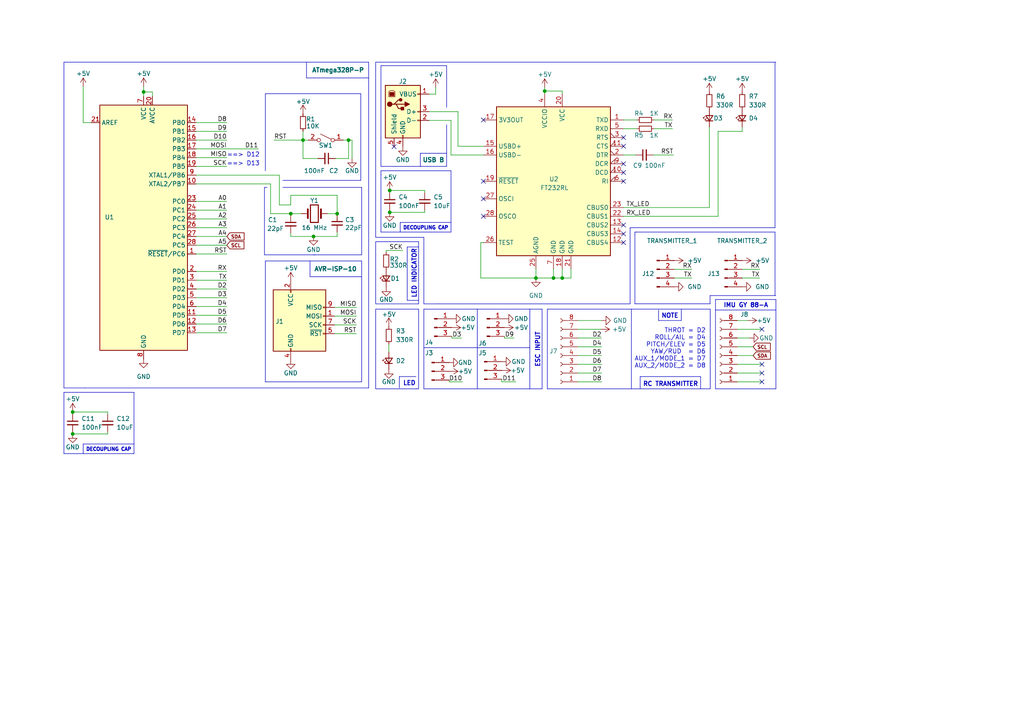
<source format=kicad_sch>
(kicad_sch (version 20230121) (generator eeschema)
  (paper "A4")
  (lib_symbols
    (symbol "Connector:AVR-ISP-10" (pin_names (offset 1.016))
      (property "Reference" "J" (at -6.35 11.43 0))
      (property "Value" "AVR-ISP-10" (at 0 11.43 0))
      (symbol "AVR-ISP-10_0_1"
        (rectangle (start -2.667 -6.858) (end -2.413 -7.62))
        (rectangle (start -2.667 10.16) (end -2.413 9.398))
        (rectangle (start 7.62 -2.413) (end 6.858 -2.667))
        (rectangle (start 7.62 0.127) (end 6.858 -0.127))
        (rectangle (start 7.62 2.667) (end 6.858 2.413))
        (rectangle (start 7.62 5.207) (end 6.858 4.953))
        (rectangle (start 7.62 10.16) (end -7.62 -7.62) (stroke (width 0.254)) (fill (type background)))
      )
      (symbol "AVR-ISP-10_1_1"
        (pin passive line (at 10.16 2.54 180) (length 2.54) (name "MOSI") (number "1"))
        (pin passive line (at -2.54 -10.16 90) (length 2.54) hide (name "GND") (number "10"))
        (pin passive line (at -2.54 12.7 270) (length 2.54) (name "VCC") (number "2"))
        (pin no_connect line (at 7.62 -5.08 180) (length 2.54) hide (name "NC") (number "3"))
        (pin passive line (at -2.54 -10.16 90) (length 2.54) (name "GND") (number "4"))
        (pin passive line (at 10.16 -2.54 180) (length 2.54) (name "~{RST}") (number "5"))
        (pin passive line (at -2.54 -10.16 90) (length 2.54) hide (name "GND") (number "6"))
        (pin passive line (at 10.16 0 180) (length 2.54) (name "SCK") (number "7"))
        (pin passive line (at -2.54 -10.16 90) (length 2.54) hide (name "GND") (number "8"))
        (pin passive line (at 10.16 5.08 180) (length 2.54) (name "MISO") (number "9"))
      )
    )
    (symbol "Connector:Conn_01x03_Male" (pin_names (offset 1.016) hide)
      (property "Reference" "J" (at 0 5.08 0))
      (property "Value" "Conn_01x03_Male" (at 0 -5.08 0))
      (symbol "Conn_01x03_Male_1_1"
        (polyline (pts (xy 1.27 -2.54) (xy 0.8636 -2.54)) (stroke (width 0.1524)))
        (polyline (pts (xy 1.27 0) (xy 0.8636 0)) (stroke (width 0.1524)))
        (polyline (pts (xy 1.27 2.54) (xy 0.8636 2.54)) (stroke (width 0.1524)))
        (rectangle (start 0.8636 -2.413) (end 0 -2.667) (stroke (width 0.1524)) (fill (type outline)))
        (rectangle (start 0.8636 0.127) (end 0 -0.127) (stroke (width 0.1524)) (fill (type outline)))
        (rectangle (start 0.8636 2.667) (end 0 2.413) (stroke (width 0.1524)) (fill (type outline)))
        (pin passive line (at 5.08 2.54 180) (length 3.81) (name "Pin_1") (number "1"))
        (pin passive line (at 5.08 0 180) (length 3.81) (name "Pin_2") (number "2"))
        (pin passive line (at 5.08 -2.54 180) (length 3.81) (name "Pin_3") (number "3"))
      )
    )
    (symbol "Connector:Conn_01x04_Male" (pin_names (offset 1.016) hide)
      (property "Reference" "J" (at 0 5.08 0))
      (property "Value" "Conn_01x04_Male" (at 0 -7.62 0))
      (symbol "Conn_01x04_Male_1_1"
        (polyline (pts (xy 1.27 -5.08) (xy 0.8636 -5.08)) (stroke (width 0.1524)))
        (polyline (pts (xy 1.27 -2.54) (xy 0.8636 -2.54)) (stroke (width 0.1524)))
        (polyline (pts (xy 1.27 0) (xy 0.8636 0)) (stroke (width 0.1524)))
        (polyline (pts (xy 1.27 2.54) (xy 0.8636 2.54)) (stroke (width 0.1524)))
        (rectangle (start 0.8636 -4.953) (end 0 -5.207) (stroke (width 0.1524)) (fill (type outline)))
        (rectangle (start 0.8636 -2.413) (end 0 -2.667) (stroke (width 0.1524)) (fill (type outline)))
        (rectangle (start 0.8636 0.127) (end 0 -0.127) (stroke (width 0.1524)) (fill (type outline)))
        (rectangle (start 0.8636 2.667) (end 0 2.413) (stroke (width 0.1524)) (fill (type outline)))
        (pin passive line (at 5.08 2.54 180) (length 3.81) (name "Pin_1") (number "1"))
        (pin passive line (at 5.08 0 180) (length 3.81) (name "Pin_2") (number "2"))
        (pin passive line (at 5.08 -2.54 180) (length 3.81) (name "Pin_3") (number "3"))
        (pin passive line (at 5.08 -5.08 180) (length 3.81) (name "Pin_4") (number "4"))
      )
    )
    (symbol "Connector:Conn_01x08_Female" (pin_names (offset 1.016) hide)
      (property "Reference" "J" (at 0 10.16 0))
      (property "Value" "Conn_01x08_Female" (at 0 -12.7 0))
      (symbol "Conn_01x08_Female_1_1"
        (arc (start 0 -9.652) (mid -0.5058 -10.16) (end 0 -10.668) (stroke (width 0.1524)))
        (arc (start 0 -7.112) (mid -0.5058 -7.62) (end 0 -8.128) (stroke (width 0.1524)))
        (arc (start 0 -4.572) (mid -0.5058 -5.08) (end 0 -5.588) (stroke (width 0.1524)))
        (arc (start 0 -2.032) (mid -0.5058 -2.54) (end 0 -3.048) (stroke (width 0.1524)))
        (polyline (pts (xy -1.27 -10.16) (xy -0.508 -10.16)) (stroke (width 0.1524)))
        (polyline (pts (xy -1.27 -7.62) (xy -0.508 -7.62)) (stroke (width 0.1524)))
        (polyline (pts (xy -1.27 -5.08) (xy -0.508 -5.08)) (stroke (width 0.1524)))
        (polyline (pts (xy -1.27 -2.54) (xy -0.508 -2.54)) (stroke (width 0.1524)))
        (polyline (pts (xy -1.27 0) (xy -0.508 0)) (stroke (width 0.1524)))
        (polyline (pts (xy -1.27 2.54) (xy -0.508 2.54)) (stroke (width 0.1524)))
        (polyline (pts (xy -1.27 5.08) (xy -0.508 5.08)) (stroke (width 0.1524)))
        (polyline (pts (xy -1.27 7.62) (xy -0.508 7.62)) (stroke (width 0.1524)))
        (arc (start 0 0.508) (mid -0.5058 0) (end 0 -0.508) (stroke (width 0.1524)))
        (arc (start 0 3.048) (mid -0.5058 2.54) (end 0 2.032) (stroke (width 0.1524)))
        (arc (start 0 5.588) (mid -0.5058 5.08) (end 0 4.572) (stroke (width 0.1524)))
        (arc (start 0 8.128) (mid -0.5058 7.62) (end 0 7.112) (stroke (width 0.1524)))
        (pin passive line (at -5.08 7.62 0) (length 3.81) (name "Pin_1") (number "1"))
        (pin passive line (at -5.08 5.08 0) (length 3.81) (name "Pin_2") (number "2"))
        (pin passive line (at -5.08 2.54 0) (length 3.81) (name "Pin_3") (number "3"))
        (pin passive line (at -5.08 0 0) (length 3.81) (name "Pin_4") (number "4"))
        (pin passive line (at -5.08 -2.54 0) (length 3.81) (name "Pin_5") (number "5"))
        (pin passive line (at -5.08 -5.08 0) (length 3.81) (name "Pin_6") (number "6"))
        (pin passive line (at -5.08 -7.62 0) (length 3.81) (name "Pin_7") (number "7"))
        (pin passive line (at -5.08 -10.16 0) (length 3.81) (name "Pin_8") (number "8"))
      )
    )
    (symbol "Connector:USB_B" (pin_names (offset 1.016))
      (property "Reference" "J" (at -5.08 11.43 0))
      (property "Value" "USB_B" (at -5.08 8.89 0))
      (symbol "USB_B_0_1"
        (rectangle (start -5.08 -7.62) (end 5.08 7.62) (stroke (width 0.254)) (fill (type background)))
        (circle (center -3.81 2.159) (radius 0.635) (stroke (width 0.254)) (fill (type outline)))
        (rectangle (start -3.81 5.588) (end -2.54 4.572) (fill (type outline)))
        (circle (center -0.635 3.429) (radius 0.381) (stroke (width 0.254)) (fill (type outline)))
        (rectangle (start -0.127 -7.62) (end 0.127 -6.858))
        (polyline (pts (xy -1.905 2.159) (xy 0.635 2.159)) (stroke (width 0.254)))
        (polyline (pts (xy -3.175 2.159) (xy -2.54 2.159) (xy -1.27 3.429) (xy -0.635 3.429)) (stroke (width 0.254)))
        (polyline (pts (xy -2.54 2.159) (xy -1.905 2.159) (xy -1.27 0.889) (xy 0 0.889)) (stroke (width 0.254)))
        (polyline (pts (xy 0.635 2.794) (xy 0.635 1.524) (xy 1.905 2.159) (xy 0.635 2.794)) (stroke (width 0.254)) (fill (type outline)))
        (polyline (pts (xy -4.064 4.318) (xy -2.286 4.318) (xy -2.286 5.715) (xy -2.667 6.096) (xy -3.683 6.096) (xy -4.064 5.715) (xy -4.064 4.318)))
        (rectangle (start 0.254 1.27) (end -0.508 0.508) (stroke (width 0.254)) (fill (type outline)))
        (rectangle (start 5.08 -2.667) (end 4.318 -2.413))
        (rectangle (start 5.08 -0.127) (end 4.318 0.127))
        (rectangle (start 5.08 4.953) (end 4.318 5.207))
      )
      (symbol "USB_B_1_1"
        (pin power_out line (at 7.62 5.08 180) (length 2.54) (name "VBUS") (number "1"))
        (pin bidirectional line (at 7.62 -2.54 180) (length 2.54) (name "D-") (number "2"))
        (pin bidirectional line (at 7.62 0 180) (length 2.54) (name "D+") (number "3"))
        (pin power_out line (at 0 -10.16 90) (length 2.54) (name "GND") (number "4"))
        (pin passive line (at -2.54 -10.16 90) (length 2.54) (name "Shield") (number "5"))
      )
    )
    (symbol "Device:C_Small" (pin_numbers hide) (pin_names (offset 0.254) hide)
      (property "Reference" "C" (at 0.254 1.778 0))
      (property "Value" "C_Small" (at 0.254 -2.032 0))
      (symbol "C_Small_0_1"
        (polyline (pts (xy -1.524 -0.508) (xy 1.524 -0.508)) (stroke (width 0.3302)))
        (polyline (pts (xy -1.524 0.508) (xy 1.524 0.508)) (stroke (width 0.3048)))
      )
      (symbol "C_Small_1_1"
        (pin passive line (at 0 2.54 270) (length 2.032) (name "~") (number "1"))
        (pin passive line (at 0 -2.54 90) (length 2.032) (name "~") (number "2"))
      )
    )
    (symbol "Device:Crystal" (pin_numbers hide) (pin_names (offset 1.016) hide)
      (property "Reference" "Y" (at 0 3.81 0))
      (property "Value" "Crystal" (at 0 -3.81 0))
      (symbol "Crystal_0_1"
        (rectangle (start -1.143 2.54) (end 1.143 -2.54) (stroke (width 0.3048)))
        (polyline (pts (xy -2.54 0) (xy -1.905 0)))
        (polyline (pts (xy -1.905 -1.27) (xy -1.905 1.27)) (stroke (width 0.508)))
        (polyline (pts (xy 1.905 -1.27) (xy 1.905 1.27)) (stroke (width 0.508)))
        (polyline (pts (xy 2.54 0) (xy 1.905 0)))
      )
      (symbol "Crystal_1_1"
        (pin passive line (at -3.81 0 0) (length 1.27) (name "1") (number "1"))
        (pin passive line (at 3.81 0 180) (length 1.27) (name "2") (number "2"))
      )
    )
    (symbol "Device:LED_Small" (pin_numbers hide) (pin_names (offset 0.254) hide)
      (property "Reference" "D" (at -1.27 3.175 0))
      (property "Value" "LED_Small" (at -4.445 -2.54 0))
      (symbol "LED_Small_0_1"
        (polyline (pts (xy -0.762 -1.016) (xy -0.762 1.016)) (stroke (width 0.254)))
        (polyline (pts (xy 1.016 0) (xy -0.762 0)))
        (polyline (pts (xy 0.762 -1.016) (xy -0.762 0) (xy 0.762 1.016) (xy 0.762 -1.016)) (stroke (width 0.254)))
        (polyline (pts (xy 0 0.762) (xy -0.508 1.27) (xy -0.254 1.27) (xy -0.508 1.27) (xy -0.508 1.016)))
        (polyline (pts (xy 0.508 1.27) (xy 0 1.778) (xy 0.254 1.778) (xy 0 1.778) (xy 0 1.524)))
      )
      (symbol "LED_Small_1_1"
        (pin passive line (at -2.54 0 0) (length 1.778) (name "K") (number "1"))
        (pin passive line (at 2.54 0 180) (length 1.778) (name "A") (number "2"))
      )
    )
    (symbol "Device:R_Small" (pin_numbers hide) (pin_names (offset 0.254) hide)
      (property "Reference" "R" (at 0.762 0.508 0))
      (property "Value" "R_Small" (at 0.762 -1.016 0))
      (symbol "R_Small_0_1"
        (rectangle (start -0.762 1.778) (end 0.762 -1.778) (stroke (width 0.2032)))
      )
      (symbol "R_Small_1_1"
        (pin passive line (at 0 2.54 270) (length 0.762) (name "~") (number "1"))
        (pin passive line (at 0 -2.54 90) (length 0.762) (name "~") (number "2"))
      )
    )
    (symbol "Interface_USB:FT232RL"
      (property "Reference" "U" (at -16.51 22.86 0))
      (property "Value" "FT232RL" (at 10.16 22.86 0))
      (symbol "FT232RL_0_1"
        (rectangle (start -16.51 21.59) (end 16.51 -21.59) (stroke (width 0.254)) (fill (type background)))
      )
      (symbol "FT232RL_1_1"
        (pin output line (at 20.32 17.78 180) (length 3.81) (name "TXD") (number "1"))
        (pin input input_low (at 20.32 2.54 180) (length 3.81) (name "DCD") (number "10"))
        (pin input input_low (at 20.32 10.16 180) (length 3.81) (name "CTS") (number "11"))
        (pin bidirectional line (at 20.32 -17.78 180) (length 3.81) (name "CBUS4") (number "12"))
        (pin bidirectional line (at 20.32 -12.7 180) (length 3.81) (name "CBUS2") (number "13"))
        (pin bidirectional line (at 20.32 -15.24 180) (length 3.81) (name "CBUS3") (number "14"))
        (pin bidirectional line (at -20.32 10.16 0) (length 3.81) (name "USBD+") (number "15"))
        (pin bidirectional line (at -20.32 7.62 0) (length 3.81) (name "USBD-") (number "16"))
        (pin power_out line (at -20.32 17.78 0) (length 3.81) (name "3V3OUT") (number "17"))
        (pin power_in line (at 2.54 -25.4 90) (length 3.81) (name "GND") (number "18"))
        (pin input line (at -20.32 0 0) (length 3.81) (name "~{RESET}") (number "19"))
        (pin output output_low (at 20.32 7.62 180) (length 3.81) (name "DTR") (number "2"))
        (pin power_in line (at 2.54 25.4 270) (length 3.81) (name "VCC") (number "20"))
        (pin power_in line (at 5.08 -25.4 90) (length 3.81) (name "GND") (number "21"))
        (pin bidirectional line (at 20.32 -10.16 180) (length 3.81) (name "CBUS1") (number "22"))
        (pin bidirectional line (at 20.32 -7.62 180) (length 3.81) (name "CBUS0") (number "23"))
        (pin power_in line (at -5.08 -25.4 90) (length 3.81) (name "AGND") (number "25"))
        (pin input line (at -20.32 -17.78 0) (length 3.81) (name "TEST") (number "26"))
        (pin input line (at -20.32 -5.08 0) (length 3.81) (name "OSCI") (number "27"))
        (pin output line (at -20.32 -10.16 0) (length 3.81) (name "OSCO") (number "28"))
        (pin output output_low (at 20.32 12.7 180) (length 3.81) (name "RTS") (number "3"))
        (pin power_in line (at -2.54 25.4 270) (length 3.81) (name "VCCIO") (number "4"))
        (pin input line (at 20.32 15.24 180) (length 3.81) (name "RXD") (number "5"))
        (pin input input_low (at 20.32 0 180) (length 3.81) (name "RI") (number "6"))
        (pin power_in line (at 0 -25.4 90) (length 3.81) (name "GND") (number "7"))
        (pin input input_low (at 20.32 5.08 180) (length 3.81) (name "DCR") (number "9"))
      )
    )
    (symbol "MCU_Microchip_ATmega:ATmega328P-P"
      (property "Reference" "U" (at -12.7 36.83 0))
      (property "Value" "ATmega328P-P" (at 2.54 -36.83 0))
      (symbol "ATmega328P-P_0_1"
        (rectangle (start -12.7 -35.56) (end 12.7 35.56) (stroke (width 0.254)) (fill (type background)))
      )
      (symbol "ATmega328P-P_1_1"
        (pin bidirectional line (at 15.24 -7.62 180) (length 2.54) (name "~{RESET}/PC6") (number "1"))
        (pin bidirectional line (at 15.24 12.7 180) (length 2.54) (name "XTAL2/PB7") (number "10"))
        (pin bidirectional line (at 15.24 -25.4 180) (length 2.54) (name "PD5") (number "11"))
        (pin bidirectional line (at 15.24 -27.94 180) (length 2.54) (name "PD6") (number "12"))
        (pin bidirectional line (at 15.24 -30.48 180) (length 2.54) (name "PD7") (number "13"))
        (pin bidirectional line (at 15.24 30.48 180) (length 2.54) (name "PB0") (number "14"))
        (pin bidirectional line (at 15.24 27.94 180) (length 2.54) (name "PB1") (number "15"))
        (pin bidirectional line (at 15.24 25.4 180) (length 2.54) (name "PB2") (number "16"))
        (pin bidirectional line (at 15.24 22.86 180) (length 2.54) (name "PB3") (number "17"))
        (pin bidirectional line (at 15.24 20.32 180) (length 2.54) (name "PB4") (number "18"))
        (pin bidirectional line (at 15.24 17.78 180) (length 2.54) (name "PB5") (number "19"))
        (pin bidirectional line (at 15.24 -12.7 180) (length 2.54) (name "PD0") (number "2"))
        (pin power_in line (at 2.54 38.1 270) (length 2.54) (name "AVCC") (number "20"))
        (pin passive line (at -15.24 30.48 0) (length 2.54) (name "AREF") (number "21"))
        (pin passive line (at 0 -38.1 90) (length 2.54) hide (name "GND") (number "22"))
        (pin bidirectional line (at 15.24 7.62 180) (length 2.54) (name "PC0") (number "23"))
        (pin bidirectional line (at 15.24 5.08 180) (length 2.54) (name "PC1") (number "24"))
        (pin bidirectional line (at 15.24 2.54 180) (length 2.54) (name "PC2") (number "25"))
        (pin bidirectional line (at 15.24 0 180) (length 2.54) (name "PC3") (number "26"))
        (pin bidirectional line (at 15.24 -2.54 180) (length 2.54) (name "PC4") (number "27"))
        (pin bidirectional line (at 15.24 -5.08 180) (length 2.54) (name "PC5") (number "28"))
        (pin bidirectional line (at 15.24 -15.24 180) (length 2.54) (name "PD1") (number "3"))
        (pin bidirectional line (at 15.24 -17.78 180) (length 2.54) (name "PD2") (number "4"))
        (pin bidirectional line (at 15.24 -20.32 180) (length 2.54) (name "PD3") (number "5"))
        (pin bidirectional line (at 15.24 -22.86 180) (length 2.54) (name "PD4") (number "6"))
        (pin power_in line (at 0 38.1 270) (length 2.54) (name "VCC") (number "7"))
        (pin power_in line (at 0 -38.1 90) (length 2.54) (name "GND") (number "8"))
        (pin bidirectional line (at 15.24 15.24 180) (length 2.54) (name "XTAL1/PB6") (number "9"))
      )
    )
    (symbol "Switch:SW_SPST" (pin_names (offset 0) hide)
      (property "Reference" "SW" (at 0 3.175 0))
      (property "Value" "SW_SPST" (at 0 -2.54 0))
      (symbol "SW_SPST_0_0"
        (circle (center -2.032 0) (radius 0.508))
        (polyline (pts (xy -1.524 0.254) (xy 1.524 1.778)))
        (circle (center 2.032 0) (radius 0.508))
      )
      (symbol "SW_SPST_1_1"
        (pin passive line (at -5.08 0 0) (length 2.54) (name "A") (number "1"))
        (pin passive line (at 5.08 0 180) (length 2.54) (name "B") (number "2"))
      )
    )
    (symbol "power:+5V" (power) (pin_names (offset 0))
      (property "Value" "+5V" (at 0 3.556 0))
      (symbol "+5V_0_1"
        (polyline (pts (xy -0.762 1.27) (xy 0 2.54)))
        (polyline (pts (xy 0 0) (xy 0 2.54)))
        (polyline (pts (xy 0 2.54) (xy 0.762 1.27)))
      )
      (symbol "+5V_1_1"
        (pin power_in line (at 0 0 90) (length 0) hide (name "+5V") (number "1"))
      )
    )
    (symbol "power:GND" (power) (pin_names (offset 0))
      (property "Value" "GND" (at 0 -3.81 0))
      (symbol "GND_0_1"
        (polyline (pts (xy 0 0) (xy 0 -1.27) (xy 1.27 -1.27) (xy 0 -2.54) (xy -1.27 -1.27) (xy 0 -1.27)))
      )
      (symbol "GND_1_1"
        (pin power_in line (at 0 0 270) (length 0) hide (name "GND") (number "1"))
      )
    )
  )
  (junction (at 113.03 61.595))
  (junction (at 155.448 80.645))
  (junction (at 160.528 80.645))
  (junction (at 84.328 61.976))
  (junction (at 87.884 40.64))
  (junction (at 21.082 119.507))
  (junction (at 41.656 26.67))
  (junction (at 113.03 55.245))
  (junction (at 163.068 80.645))
  (junction (at 21.082 125.857))
  (junction (at 157.988 26.416))
  (junction (at 101.092 40.64))
  (junction (at 90.932 68.58))
  (junction (at 97.79 61.976))
  (no_connect (at 180.848 39.878))
  (no_connect (at 180.848 42.418))
  (no_connect (at 180.848 50.038))
  (no_connect (at 220.98 105.664))
  (no_connect (at 180.848 70.358))
  (no_connect (at 114.3 42.545))
  (no_connect (at 220.98 95.504))
  (no_connect (at 180.848 52.578))
  (no_connect (at 180.848 65.278))
  (no_connect (at 140.208 52.578))
  (no_connect (at 220.98 110.744))
  (no_connect (at 220.98 108.204))
  (no_connect (at 140.208 62.738))
  (no_connect (at 140.208 34.798))
  (no_connect (at 140.208 57.658))
  (no_connect (at 180.848 47.498))
  (no_connect (at 180.848 67.818))
  (polyline (pts (xy 38.862 113.792) (xy 18.542 113.792)))
  (polyline (pts (xy 115.824 109.22) (xy 120.65 109.22)))
  (wire (pts (xy 56.896 63.5) (xy 65.786 63.5)))
  (polyline (pts (xy 104.648 27.178) (xy 76.962 27.178)))
  (wire (pts (xy 21.082 120.142) (xy 21.082 119.507)))
  (polyline (pts (xy 153.67 112.776) (xy 157.226 112.776)))
  (wire (pts (xy 167.64 108.204) (xy 174.498 108.204)))
  (wire (pts (xy 195.58 80.645) (xy 200.66 80.645)))
  (polyline (pts (xy 18.542 115.062) (xy 18.542 131.572)))
  (polyline (pts (xy 157.226 112.776) (xy 157.226 89.662)))
  (wire (pts (xy 97.79 68.58) (xy 97.79 67.31)))
  (wire (pts (xy 56.896 68.58) (xy 65.786 68.58)))
  (wire (pts (xy 87.884 40.64) (xy 89.408 40.64)))
  (wire (pts (xy 56.896 58.42) (xy 65.786 58.42)))
  (polyline (pts (xy 104.902 110.744) (xy 104.902 75.692)))
  (polyline (pts (xy 110.49 50.8) (xy 110.49 67.31)))
  (wire (pts (xy 31.242 119.507) (xy 31.242 120.142)))
  (wire (pts (xy 123.19 55.245) (xy 123.19 55.88)))
  (polyline (pts (xy 205.9492 88.1131) (xy 184.15 88.1131)))
  (polyline (pts (xy 118.11 87.122) (xy 118.11 71.628)))
  (wire (pts (xy 130.81 34.925) (xy 124.46 34.925)))
  (polyline (pts (xy 129.54 19.05) (xy 110.49 19.05)))
  (polyline (pts (xy 24.13 131.572) (xy 24.13 128.778)))
  (wire (pts (xy 90.932 68.58) (xy 97.79 68.58)))
  (polyline (pts (xy 122.936 112.776) (xy 153.67 112.776)))
  (polyline (pts (xy 110.49 67.31) (xy 130.81 67.31)))
  (polyline (pts (xy 108.966 68.834) (xy 122.936 68.834)))
  (polyline (pts (xy 197.612 89.662) (xy 197.612 92.964)))
  (polyline (pts (xy 90.932 73.914) (xy 104.902 73.914)))
  (polyline (pts (xy 153.67 89.662) (xy 153.67 100.838)))
  (polyline (pts (xy 118.11 71.628) (xy 121.412 71.628)))
  (polyline (pts (xy 76.962 75.692) (xy 76.962 110.744)))
  (wire (pts (xy 56.896 50.8) (xy 81.026 50.8)))
  (wire (pts (xy 215.265 80.645) (xy 220.345 80.645)))
  (polyline (pts (xy 153.67 101.092) (xy 153.67 112.776)))
  (wire (pts (xy 97.028 96.774) (xy 103.378 96.774)))
  (polyline (pts (xy 110.49 40.005) (xy 110.49 48.26)))
  (wire (pts (xy 81.026 59.436) (xy 84.328 59.436)))
  (polyline (pts (xy 108.966 88.138) (xy 121.412 88.138)))
  (polyline (pts (xy 18.542 131.572) (xy 38.862 131.572)))
  (polyline (pts (xy 138.43 100.838) (xy 153.67 100.838)))
  (polyline (pts (xy 89.916 75.692) (xy 89.916 80.264)))
  (polyline (pts (xy 121.412 89.662) (xy 121.412 112.776)))
  (wire (pts (xy 56.896 48.26) (xy 65.786 48.26)))
  (wire (pts (xy 56.896 40.64) (xy 65.786 40.64)))
  (wire (pts (xy 56.896 88.9) (xy 65.786 88.9)))
  (wire (pts (xy 139.446 80.645) (xy 155.448 80.645)))
  (wire (pts (xy 195.58 78.105) (xy 200.66 78.105)))
  (polyline (pts (xy 225.0073 85.725) (xy 205.9492 85.725)))
  (polyline (pts (xy 129.54 36.195) (xy 129.54 48.26)))
  (polyline (pts (xy 158.75 112.776) (xy 158.75 89.662)))
  (polyline (pts (xy 157.226 89.662) (xy 153.67 89.662)))
  (polyline (pts (xy 120.65 112.776) (xy 121.412 112.776)))
  (polyline (pts (xy 158.75 89.662) (xy 183.134 89.662)))
  (wire (pts (xy 113.03 55.245) (xy 123.19 55.245)))
  (polyline (pts (xy 205.994 112.776) (xy 183.134 112.776)))
  (wire (pts (xy 56.896 81.28) (xy 65.786 81.28)))
  (wire (pts (xy 213.868 100.584) (xy 218.44 100.584)))
  (wire (pts (xy 56.896 60.96) (xy 65.786 60.96)))
  (polyline (pts (xy 122.936 100.838) (xy 138.43 100.838)))
  (polyline (pts (xy 191.008 92.964) (xy 197.612 92.964)))
  (wire (pts (xy 126.365 25.4) (xy 126.365 27.305)))
  (polyline (pts (xy 108.966 112.776) (xy 108.966 89.662)))
  (polyline (pts (xy 205.994 89.662) (xy 205.994 112.776)))
  (wire (pts (xy 97.028 94.234) (xy 103.378 94.234)))
  (wire (pts (xy 84.328 61.976) (xy 78.486 61.976)))
  (wire (pts (xy 208.28 38.1) (xy 215.265 38.1)))
  (wire (pts (xy 56.896 38.1) (xy 65.786 38.1)))
  (wire (pts (xy 87.884 38.1) (xy 87.884 40.64)))
  (wire (pts (xy 44.196 26.67) (xy 44.196 27.94)))
  (wire (pts (xy 41.656 26.67) (xy 41.656 27.94)))
  (wire (pts (xy 56.896 78.74) (xy 65.786 78.74)))
  (wire (pts (xy 24.13 35.56) (xy 24.13 25.146)))
  (wire (pts (xy 157.988 26.416) (xy 157.988 27.178)))
  (polyline (pts (xy 76.962 110.744) (xy 77.216 110.744)))
  (wire (pts (xy 97.028 89.154) (xy 103.378 89.154)))
  (polyline (pts (xy 207.518 89.916) (xy 207.518 86.868)))
  (wire (pts (xy 41.656 26.67) (xy 44.196 26.67)))
  (polyline (pts (xy 205.9492 85.725) (xy 205.9492 88.1131)))
  (wire (pts (xy 163.068 26.416) (xy 163.068 27.178)))
  (polyline (pts (xy 121.92 44.45) (xy 129.54 44.45)))
  (wire (pts (xy 112.014 72.644) (xy 112.014 73.152)))
  (polyline (pts (xy 184.15 67.31) (xy 184.15 67.945)))
  (polyline (pts (xy 82.042 54.356) (xy 104.902 54.356)))
  (wire (pts (xy 208.28 38.1) (xy 208.28 62.738)))
  (polyline (pts (xy 108.966 18.034) (xy 225.044 18.034)))
  (wire (pts (xy 180.848 37.338) (xy 184.658 37.338)))
  (wire (pts (xy 21.082 125.222) (xy 21.082 125.857)))
  (polyline (pts (xy 76.962 27.178) (xy 76.962 49.53)))
  (wire (pts (xy 140.208 70.358) (xy 139.446 70.358)))
  (wire (pts (xy 56.896 66.04) (xy 65.786 66.04)))
  (wire (pts (xy 213.868 110.744) (xy 220.98 110.744)))
  (polyline (pts (xy 207.518 112.776) (xy 207.518 89.916)))
  (wire (pts (xy 213.868 92.964) (xy 216.916 92.964)))
  (polyline (pts (xy 184.15 67.31) (xy 184.5677 67.31)))
  (wire (pts (xy 189.738 37.338) (xy 195.072 37.338)))
  (polyline (pts (xy 122.936 88.138) (xy 122.936 68.834)))
  (polyline (pts (xy 18.542 18.034) (xy 18.542 112.522)))
  (wire (pts (xy 155.448 77.978) (xy 155.448 80.645)))
  (wire (pts (xy 56.896 45.72) (xy 65.786 45.72)))
  (polyline (pts (xy 106.934 22.606) (xy 88.9 22.606)))
  (wire (pts (xy 56.896 43.18) (xy 74.93 43.18)))
  (polyline (pts (xy 18.542 113.792) (xy 18.542 115.062)))
  (wire (pts (xy 213.868 95.504) (xy 220.98 95.504)))
  (wire (pts (xy 79.502 40.64) (xy 87.884 40.64)))
  (polyline (pts (xy 24.638 112.522) (xy 106.934 112.522)))
  (wire (pts (xy 149.606 110.744) (xy 145.542 110.744)))
  (wire (pts (xy 157.988 26.416) (xy 163.068 26.416)))
  (wire (pts (xy 87.884 45.974) (xy 87.884 40.64)))
  (polyline (pts (xy 122.936 89.662) (xy 122.936 112.776)))
  (polyline (pts (xy 77.216 110.744) (xy 104.902 110.744)))
  (wire (pts (xy 99.568 40.64) (xy 101.092 40.64)))
  (polyline (pts (xy 185.674 112.776) (xy 185.674 109.22)))
  (wire (pts (xy 160.528 80.645) (xy 163.068 80.645)))
  (wire (pts (xy 84.328 68.58) (xy 90.932 68.58)))
  (wire (pts (xy 126.365 27.305) (xy 124.46 27.305)))
  (wire (pts (xy 56.896 73.66) (xy 65.786 73.66)))
  (wire (pts (xy 163.068 77.978) (xy 163.068 80.645)))
  (wire (pts (xy 101.092 40.64) (xy 102.108 40.64)))
  (polyline (pts (xy 207.518 89.916) (xy 225.044 89.916)))
  (polyline (pts (xy 110.49 49.53) (xy 110.49 50.8)))
  (wire (pts (xy 21.082 119.507) (xy 31.242 119.507)))
  (wire (pts (xy 149.098 98.044) (xy 146.304 98.044)))
  (wire (pts (xy 81.026 50.8) (xy 81.026 59.436)))
  (polyline (pts (xy 110.49 48.26) (xy 129.54 48.26)))
  (wire (pts (xy 140.208 44.958) (xy 130.81 44.958)))
  (polyline (pts (xy 185.674 109.22) (xy 203.2 109.22)))
  (wire (pts (xy 102.108 45.974) (xy 102.108 40.64)))
  (polyline (pts (xy 207.518 112.776) (xy 225.044 112.776)))
  (wire (pts (xy 189.484 44.958) (xy 195.326 44.958)))
  (polyline (pts (xy 224.79 66.04) (xy 224.79 18.0659)))
  (polyline (pts (xy 224.79 67.31) (xy 224.79 85.725)))
  (wire (pts (xy 213.868 103.124) (xy 218.44 103.124)))
  (polyline (pts (xy 153.67 100.838) (xy 153.67 101.092)))
  (polyline (pts (xy 108.966 68.834) (xy 108.966 18.034)))
  (polyline (pts (xy 121.412 87.122) (xy 118.11 87.122)))
  (polyline (pts (xy 104.902 75.692) (xy 76.962 75.692)))
  (wire (pts (xy 145.542 110.744) (xy 145.542 109.982)))
  (wire (pts (xy 180.848 60.198) (xy 205.74 60.198)))
  (wire (pts (xy 180.848 62.738) (xy 208.28 62.738)))
  (polyline (pts (xy 207.518 86.868) (xy 225.044 86.868)))
  (wire (pts (xy 184.404 44.958) (xy 180.848 44.958)))
  (polyline (pts (xy 108.966 70.104) (xy 108.966 88.138)))
  (wire (pts (xy 213.868 105.664) (xy 220.98 105.664)))
  (polyline (pts (xy 130.81 49.53) (xy 110.49 49.53)))
  (wire (pts (xy 84.328 56.642) (xy 84.328 59.436)))
  (polyline (pts (xy 138.43 100.838) (xy 138.43 112.776)))
  (wire (pts (xy 167.64 110.744) (xy 174.498 110.744)))
  (polyline (pts (xy 76.708 54.356) (xy 76.708 73.914)))
  (wire (pts (xy 113.03 60.96) (xy 113.03 61.595)))
  (wire (pts (xy 139.446 70.358) (xy 139.446 80.645)))
  (polyline (pts (xy 121.412 88.138) (xy 121.412 70.104)))
  (polyline (pts (xy 77.47 54.356) (xy 76.708 54.356)))
  (polyline (pts (xy 129.54 31.115) (xy 129.54 19.05)))
  (polyline (pts (xy 121.412 70.104) (xy 108.966 70.104)))
  (wire (pts (xy 84.328 61.976) (xy 87.376 61.976)))
  (polyline (pts (xy 108.966 89.662) (xy 121.412 89.662)))
  (polyline (pts (xy 130.81 67.31) (xy 130.81 49.53)))
  (wire (pts (xy 205.74 36.83) (xy 205.74 60.198)))
  (wire (pts (xy 213.868 108.204) (xy 220.98 108.204)))
  (polyline (pts (xy 76.708 73.914) (xy 91.44 73.914)))
  (polyline (pts (xy 110.49 19.05) (xy 110.49 40.005)))
  (wire (pts (xy 213.868 98.044) (xy 217.424 98.044)))
  (wire (pts (xy 78.486 53.34) (xy 56.896 53.34)))
  (wire (pts (xy 97.282 45.974) (xy 101.092 45.974)))
  (wire (pts (xy 116.84 72.644) (xy 112.014 72.644)))
  (wire (pts (xy 112.776 102.108) (xy 112.776 99.822)))
  (polyline (pts (xy 122.936 88.138) (xy 182.7501 88.1351)))
  (wire (pts (xy 113.03 55.88) (xy 113.03 55.245)))
  (wire (pts (xy 215.265 38.1) (xy 215.265 36.83)))
  (wire (pts (xy 56.896 91.44) (xy 65.786 91.44)))
  (polyline (pts (xy 88.9 18.034) (xy 88.9 22.606)))
  (polyline (pts (xy 104.648 52.324) (xy 104.648 27.178)))
  (wire (pts (xy 167.64 100.584) (xy 174.498 100.584)))
  (wire (pts (xy 131.064 98.044) (xy 131.064 97.536)))
  (wire (pts (xy 189.738 34.798) (xy 195.072 34.798)))
  (polyline (pts (xy 158.75 112.776) (xy 183.134 112.776)))
  (polyline (pts (xy 18.542 112.522) (xy 24.638 112.522)))
  (wire (pts (xy 56.896 71.12) (xy 65.786 71.12)))
  (wire (pts (xy 84.328 67.564) (xy 84.328 68.58)))
  (polyline (pts (xy 24.13 128.778) (xy 38.862 128.778)))
  (polyline (pts (xy 182.7536 66.04) (xy 224.79 66.04)))
  (wire (pts (xy 163.068 80.645) (xy 165.608 80.645)))
  (polyline (pts (xy 122.936 89.662) (xy 153.67 89.662)))
  (wire (pts (xy 101.092 45.974) (xy 101.092 40.64)))
  (wire (pts (xy 174.244 95.504) (xy 167.64 95.504)))
  (wire (pts (xy 92.202 45.974) (xy 87.884 45.974)))
  (wire (pts (xy 165.608 77.978) (xy 165.608 80.645)))
  (polyline (pts (xy 203.2 109.22) (xy 203.2 112.776)))
  (wire (pts (xy 167.64 98.044) (xy 174.498 98.044)))
  (polyline (pts (xy 184.15 88.1131) (xy 184.15 67.945)))
  (wire (pts (xy 97.79 56.642) (xy 84.328 56.642)))
  (wire (pts (xy 167.64 105.664) (xy 174.498 105.664)))
  (polyline (pts (xy 183.134 89.662) (xy 205.994 89.662)))
  (wire (pts (xy 41.656 25.146) (xy 41.656 26.67)))
  (wire (pts (xy 123.19 61.595) (xy 123.19 60.96)))
  (wire (pts (xy 146.304 98.044) (xy 146.304 97.536)))
  (wire (pts (xy 130.302 110.744) (xy 134.112 110.744)))
  (wire (pts (xy 78.486 61.976) (xy 78.486 53.34)))
  (polyline (pts (xy 225.044 89.916) (xy 225.044 112.776)))
  (wire (pts (xy 124.46 32.385) (xy 132.842 32.385)))
  (wire (pts (xy 133.858 98.044) (xy 131.064 98.044)))
  (wire (pts (xy 31.242 125.857) (xy 31.242 125.222)))
  (wire (pts (xy 56.896 35.56) (xy 65.786 35.56)))
  (wire (pts (xy 160.528 77.978) (xy 160.528 80.645)))
  (polyline (pts (xy 115.824 112.522) (xy 115.824 109.22)))
  (polyline (pts (xy 116.078 64.516) (xy 130.81 64.516)))
  (wire (pts (xy 140.208 42.418) (xy 132.842 42.418)))
  (wire (pts (xy 97.79 61.976) (xy 97.79 62.23)))
  (wire (pts (xy 180.848 34.798) (xy 184.658 34.798)))
  (polyline (pts (xy 120.904 112.776) (xy 108.966 112.776)))
  (wire (pts (xy 113.03 61.595) (xy 123.19 61.595)))
  (wire (pts (xy 56.896 93.98) (xy 65.786 93.98)))
  (polyline (pts (xy 225.044 86.868) (xy 225.044 89.916)))
  (wire (pts (xy 26.416 35.56) (xy 24.13 35.56)))
  (polyline (pts (xy 121.92 48.26) (xy 121.92 44.45)))
  (polyline (pts (xy 89.916 80.264) (xy 104.902 80.264)))
  (wire (pts (xy 157.988 25.4) (xy 157.988 26.416)))
  (wire (pts (xy 130.302 110.236) (xy 130.302 110.744)))
  (wire (pts (xy 97.79 61.976) (xy 94.996 61.976)))
  (wire (pts (xy 174.498 92.964) (xy 167.64 92.964)))
  (wire (pts (xy 56.896 96.52) (xy 65.786 96.52)))
  (polyline (pts (xy 191.008 89.916) (xy 191.008 92.964)))
  (wire (pts (xy 56.896 86.36) (xy 65.786 86.36)))
  (wire (pts (xy 97.028 91.694) (xy 103.378 91.694)))
  (polyline (pts (xy 82.042 52.324) (xy 104.648 52.324)))
  (wire (pts (xy 21.082 125.857) (xy 31.242 125.857)))
  (wire (pts (xy 84.328 62.484) (xy 84.328 61.976)))
  (polyline (pts (xy 182.7536 88.1284) (xy 182.7536 66.0368)))
  (wire (pts (xy 167.64 103.124) (xy 174.498 103.124)))
  (polyline (pts (xy 183.134 89.662) (xy 183.134 112.776)))
  (polyline (pts (xy 116.078 67.31) (xy 116.078 64.516)))
  (polyline (pts (xy 106.934 18.034) (xy 18.542 18.034)))
  (polyline (pts (xy 38.862 131.572) (xy 38.862 113.792)))
  (polyline (pts (xy 184.5677 67.31) (xy 224.79 67.31)))
  (wire (pts (xy 130.81 34.925) (xy 130.81 44.958)))
  (wire (pts (xy 215.265 78.105) (xy 220.345 78.105)))
  (polyline (pts (xy 106.934 112.522) (xy 106.934 18.034)))
  (polyline (pts (xy 104.902 73.914) (xy 104.902 54.356)))
  (wire (pts (xy 155.448 80.645) (xy 160.528 80.645)))
  (polyline (pts (xy 138.43 89.662) (xy 138.43 100.838)))
  (wire (pts (xy 97.79 61.976) (xy 97.79 56.642)))
  (wire (pts (xy 56.896 83.82) (xy 65.786 83.82)))
  (wire (pts (xy 132.842 32.385) (xy 132.842 42.418)))
  (text "ESC INPUT" (at 156.718 106.68 90) (effects (font (size 1.27 1.27) (thickness 0.254) bold) (justify left bottom)))
  (text "NOTE" (at 191.77 92.456 0) (effects (font (size 1.27 1.27) bold) (justify left bottom)))
  (text "==> D12\n" (at 65.786 45.72 0) (effects (font (size 1.27 1.27)) (justify left bottom)))
  (text "RC TRANSMITTER" (at 186.436 112.268 0) (effects (font (size 1.27 1.27) (thickness 0.254) bold) (justify left bottom)))
  (text "LED" (at 116.84 112.014 0) (effects (font (size 1.27 1.27) (thickness 0.254) bold) (justify left bottom)))
  (text "IMU GY 88-A" (at 209.804 89.408 0) (effects (font (size 1.27 1.27) bold) (justify left bottom)))
  (text "DECOUPLING CAP" (at 116.84 66.802 0) (effects (font (size 1 1) (thickness 0.254) bold) (justify left bottom)))
  (text "==> D13\n" (at 65.786 48.26 0) (effects (font (size 1.27 1.27)) (justify left bottom)))
  (text "LED INDICATOR" (at 120.904 86.614 90) (effects (font (size 1.27 1.27) (thickness 0.254) bold) (justify left bottom)))
  (text " THROT = D2\n ROLL/AIL = D4\nPITCH/ELEV = D5\nYAW/RUD	 = D6\n AUX_1/MODE_1 = D7\n AUX_2/MODE_2 = D8\n" (at 204.724 106.934 0) (effects (font (size 1.27 1.27)) (justify right bottom)))
  (text "DECOUPLING CAP" (at 24.892 131.064 0) (effects (font (size 1 1) (thickness 0.254) bold) (justify left bottom)))
  (label "D6" (at 65.786 93.98 180))
  (label "TX" (at 65.786 81.28 180))
  (label "D10" (at 65.786 40.64 180))
  (label "MOSI" (at 103.378 91.694 180))
  (label "D3" (at 65.786 86.36 180))
  (label "D10" (at 134.112 110.744 180))
  (label "RST" (at 65.786 73.66 180))
  (label "SCK" (at 65.786 48.26 180))
  (label "RST" (at 195.326 44.958 180))
  (label "RX" (at 195.072 34.798 180))
  (label "A0" (at 65.786 58.42 180))
  (label "RX" (at 65.786 78.74 180))
  (label "TX_LED" (at 181.61 60.198 0))
  (label "D11" (at 149.606 110.744 180))
  (label "RX" (at 200.66 78.105 180))
  (label "D4" (at 65.786 88.9 180))
  (label "D2" (at 174.498 98.044 180))
  (label "D9" (at 65.786 38.1 180))
  (label "MOSI" (at 65.786 43.18 180))
  (label "RST" (at 103.378 96.774 180))
  (label "D7" (at 174.498 108.204 180))
  (label "TX" (at 220.345 80.645 180))
  (label "D5" (at 174.498 103.124 180))
  (label "A5" (at 65.786 71.12 180))
  (label "SCK" (at 116.84 72.644 180))
  (label "D2" (at 65.786 83.82 180))
  (label "RST" (at 79.502 40.64 0))
  (label "D6" (at 174.498 105.664 180))
  (label "A2" (at 65.786 63.5 180))
  (label "TX" (at 200.66 80.645 180))
  (label "D9" (at 149.098 98.044 180))
  (label "SCK" (at 103.378 94.234 180))
  (label "D4" (at 174.498 100.584 180))
  (label "RX" (at 220.345 78.105 180))
  (label "D11" (at 74.93 43.18 180))
  (label "A4" (at 65.786 68.58 180))
  (label "D8" (at 65.786 35.56 180))
  (label "A1" (at 65.786 60.96 180))
  (label "MISO" (at 103.378 89.154 180))
  (label "D3" (at 133.858 98.044 180))
  (label "D7" (at 65.786 96.52 180))
  (label "A3" (at 65.786 66.04 180))
  (label "TX" (at 195.072 37.338 180))
  (label "D8" (at 174.498 110.744 180))
  (label "MISO" (at 65.786 45.72 180))
  (label "D5" (at 65.786 91.44 180))
  (label "RX_LED" (at 181.61 62.738 0))
  (global_label "SCL" (shape input) (at 65.786 71.12 0) (effects (font (size 1 1) bold)) (property "Intersheetrefs" "${INTERSHEET_REFS}" (effects hide)))
  (global_label "SCL" (shape input) (at 218.44 100.584 0) (effects (font (size 1 1) bold)) (property "Intersheetrefs" "${INTERSHEET_REFS}" (effects hide)))
  (global_label "SDA" (shape input) (at 65.786 68.58 0) (effects (font (size 1 1) bold)) (property "Intersheetrefs" "${INTERSHEET_REFS}" (effects hide)))
  (global_label "SDA" (shape input) (at 218.44 103.124 0) (effects (font (size 1 1) bold)) (property "Intersheetrefs" "${INTERSHEET_REFS}" (effects hide)))
  (symbol (lib_id "Connector:Conn_01x08_Female") (at 162.56 103.124 180) (unit 1)
    (property "Reference" "J7" (at 160.528 101.854 0))
    (property "Value" "Conn_01x08_Female" (effects hide))
    (property "Footprint" "Connector_PinSocket_2.54mm:PinSocket_1x08_P2.54mm_Vertical" (effects hide))
  )
  (symbol (lib_id "power:+5V") (at 41.656 25.146 0) (unit 1)
    (property "Reference" "#PWR02" (effects hide))
    (property "Value" "+5V" (at 41.656 21.336 0))
  )
  (symbol (lib_id "power:GND") (at 90.932 68.58 0) (unit 1)
    (property "Reference" "#PWR07" (effects hide))
    (property "Value" "GND" (at 90.932 72.39 0))
  )
  (symbol (lib_id "power:+5V") (at 205.74 26.67 0) (unit 1)
    (property "Reference" "#PWR028" (effects hide))
    (property "Value" "+5V" (at 205.74 22.86 0))
  )
  (symbol (lib_id "power:GND") (at 131.064 92.456 90) (unit 1)
    (property "Reference" "#PWR018" (effects hide))
    (property "Value" "GND" (at 133.858 92.456 90) (effects (justify right)))
  )
  (symbol (lib_id "Device:R_Small") (at 87.884 35.56 0) (mirror y) (unit 1)
    (property "Reference" "R1" (at 91.44 34.544 0) (effects (justify left)))
    (property "Value" "10K" (at 92.71 36.576 0) (effects (justify left)))
    (property "Footprint" "Resistor_THT:R_Axial_DIN0207_L6.3mm_D2.5mm_P7.62mm_Horizontal" (effects hide))
  )
  (symbol (lib_id "power:GND") (at 130.302 105.156 90) (unit 1)
    (property "Reference" "#PWR016" (effects hide))
    (property "Value" "GND" (at 132.842 105.156 90) (effects (justify right)))
  )
  (symbol (lib_id "power:+5V") (at 113.03 55.245 0) (unit 1)
    (property "Reference" "#PWR012" (effects hide))
    (property "Value" "+5V" (at 113.03 51.435 0))
  )
  (symbol (lib_id "power:GND") (at 41.656 104.14 0) (unit 1)
    (property "Reference" "#PWR03" (effects hide))
    (property "Value" "GND" (at 41.656 109.22 0))
  )
  (symbol (lib_id "Device:LED_Small") (at 215.265 34.29 90) (unit 1)
    (property "Reference" "D4" (at 217.17 34.29 90) (effects (justify right)))
    (property "Value" "LED_Small" (effects hide))
    (property "Footprint" "LED_THT:LED_D3.0mm" (effects hide))
  )
  (symbol (lib_id "power:GND") (at 146.304 92.456 90) (unit 1)
    (property "Reference" "#PWR022" (effects hide))
    (property "Value" "GND" (at 149.098 92.456 90) (effects (justify right)))
  )
  (symbol (lib_id "Device:C_Small") (at 97.79 64.77 0) (unit 1)
    (property "Reference" "C3" (at 100.076 63.754 0) (effects (justify left)))
    (property "Value" "22pF" (at 100.076 66.04 0) (effects (justify left)))
    (property "Footprint" "Capacitor_THT:C_Disc_D5.0mm_W2.5mm_P2.50mm" (effects hide))
  )
  (symbol (lib_id "power:GND") (at 113.03 61.595 0) (unit 1)
    (property "Reference" "#PWR013" (effects hide))
    (property "Value" "GND" (at 113.03 65.405 0))
  )
  (symbol (lib_id "power:+5V") (at 157.988 25.4 0) (unit 1)
    (property "Reference" "#PWR025" (effects hide))
    (property "Value" "+5V" (at 157.988 21.59 0))
  )
  (symbol (lib_id "Device:R_Small") (at 205.74 29.21 180) (unit 1)
    (property "Reference" "R6" (at 207.645 27.9399 0) (effects (justify right)))
    (property "Value" "330R" (at 207.645 30.4799 0) (effects (justify right)))
    (property "Footprint" "Resistor_THT:R_Axial_DIN0207_L6.3mm_D2.5mm_P7.62mm_Horizontal" (effects hide))
  )
  (symbol (lib_id "Connector:USB_B") (at 116.84 32.385 0) (unit 1)
    (property "Reference" "J2" (at 116.84 23.622 0))
    (property "Value" "USB B" (at 125.73 46.355 0) (effects (font bold)))
    (property "Footprint" "Connector_USB:USB_B_Lumberg_2411_02_Horizontal" (effects hide))
    (property "Datasheet" " ~" (effects hide))
  )
  (symbol (lib_id "MCU_Microchip_ATmega:ATmega328P-P") (at 41.656 66.04 0) (unit 1)
    (property "Reference" "U1" (at 31.75 62.992 0))
    (property "Value" "ATmega328P-P" (at 98.044 20.32 0) (effects (font bold)))
    (property "Footprint" "Package_DIP:DIP-28_W7.62mm" (effects hide))
    (property "Datasheet" "http://ww1.microchip.com/downloads/en/DeviceDoc/ATmega328_P%20AVR%20MCU%20with%20picoPower%20Technology%20Data%20Sheet%2040001984A.pdf" (effects hide))
  )
  (symbol (lib_id "Connector:Conn_01x03_Male") (at 125.984 94.996 0) (unit 1)
    (property "Reference" "J4" (at 124.46 99.314 0))
    (property "Value" "Conn_01x03_Male" (effects hide))
    (property "Footprint" "Connector_PinHeader_2.54mm:PinHeader_1x03_P2.54mm_Vertical" (effects hide))
  )
  (symbol (lib_id "power:GND") (at 215.265 83.185 90) (unit 1)
    (property "Reference" "#PWR0108" (effects hide))
    (property "Value" "GND" (at 219.075 83.1849 90) (effects (justify right)))
  )
  (symbol (lib_id "Device:C_Small") (at 94.742 45.974 270) (mirror x) (unit 1)
    (property "Reference" "C2" (at 96.774 49.53 90))
    (property "Value" "100nF" (at 91.186 49.53 90))
    (property "Footprint" "Capacitor_THT:C_Disc_D5.0mm_W2.5mm_P2.50mm" (effects hide))
  )
  (symbol (lib_id "power:+5V") (at 130.302 107.696 270) (unit 1)
    (property "Reference" "#PWR017" (effects hide))
    (property "Value" "+5V" (at 132.842 107.696 90) (effects (justify left)))
  )
  (symbol (lib_id "Connector:AVR-ISP-10") (at 86.868 94.234 0) (unit 1)
    (property "Reference" "J1" (at 82.296 93.218 0) (effects (justify right)))
    (property "Value" "AVR-ISP-10" (at 103.632 77.978 0) (effects (font bold) (justify right)))
    (property "Footprint" "Connector_IDC:IDC-Header_2x05_P2.54mm_Vertical" (effects hide))
    (property "Datasheet" " ~" (effects hide))
  )
  (symbol (lib_id "power:GND") (at 195.58 83.185 90) (unit 1)
    (property "Reference" "#PWR0105" (effects hide))
    (property "Value" "GND" (at 199.39 83.1849 90) (effects (justify right)))
  )
  (symbol (lib_id "Connector:Conn_01x03_Male") (at 141.224 94.996 0) (unit 1)
    (property "Reference" "J6" (at 139.954 99.568 0))
    (property "Value" "Conn_01x03_Male" (effects hide))
    (property "Footprint" "Connector_PinHeader_2.54mm:PinHeader_1x03_P2.54mm_Vertical" (effects hide))
  )
  (symbol (lib_id "Interface_USB:FT232RL") (at 160.528 52.578 0) (unit 1)
    (property "Reference" "U2" (at 159.258 51.943 0) (effects (justify left)))
    (property "Value" "FT232RL" (at 156.718 54.483 0) (effects (justify left)))
    (property "Footprint" "Package_SO:SSOP-28_5.3x10.2mm_P0.65mm" (effects hide))
    (property "Datasheet" "https://www.ftdichip.com/Support/Documents/DataSheets/ICs/DS_FT232R.pdf" (effects hide))
  )
  (symbol (lib_id "power:+5V") (at 216.916 92.964 270) (unit 1)
    (property "Reference" "#PWR030" (effects hide))
    (property "Value" "+5V" (at 219.456 92.964 90) (effects (justify left)))
  )
  (symbol (lib_id "power:GND") (at 116.84 42.545 0) (unit 1)
    (property "Reference" "#PWR014" (effects hide))
    (property "Value" "GND" (at 116.84 46.355 0))
  )
  (symbol (lib_id "Device:C_Small") (at 113.03 58.42 0) (unit 1)
    (property "Reference" "C4" (at 115.57 57.1562 0) (effects (justify left)))
    (property "Value" "100nF" (at 115.57 59.6962 0) (effects (justify left)))
    (property "Footprint" "Capacitor_THT:C_Disc_D5.0mm_W2.5mm_P2.50mm" (effects hide))
  )
  (symbol (lib_id "power:+5V") (at 215.265 75.565 270) (unit 1)
    (property "Reference" "#PWR0107" (effects hide))
    (property "Value" "+5V" (at 219.075 75.5649 90) (effects (justify left)))
  )
  (symbol (lib_id "power:+5V") (at 131.064 94.996 270) (unit 1)
    (property "Reference" "#PWR019" (effects hide))
    (property "Value" "+5V" (at 133.604 94.996 90) (effects (justify left)))
  )
  (symbol (lib_id "power:GND") (at 155.448 80.645 0) (unit 1)
    (property "Reference" "#PWR024" (effects hide))
    (property "Value" "GND" (at 155.448 85.725 0))
  )
  (symbol (lib_id "Device:R_Small") (at 187.198 34.798 90) (unit 1)
    (property "Reference" "R4" (at 185.293 32.893 90))
    (property "Value" "1K" (at 189.738 32.893 90))
    (property "Footprint" "Resistor_THT:R_Axial_DIN0207_L6.3mm_D2.5mm_P7.62mm_Horizontal" (effects hide))
  )
  (symbol (lib_id "power:GND") (at 145.542 104.902 90) (unit 1)
    (property "Reference" "#PWR020" (effects hide))
    (property "Value" "GND" (at 148.336 104.902 90) (effects (justify right)))
  )
  (symbol (lib_id "Device:LED_Small") (at 112.776 104.648 90) (unit 1)
    (property "Reference" "D2" (at 114.808 104.648 90) (effects (justify right)))
    (property "Value" "LED_Small" (effects hide))
    (property "Footprint" "LED_THT:LED_D3.0mm" (effects hide))
  )
  (symbol (lib_id "power:+5V") (at 145.542 107.442 270) (unit 1)
    (property "Reference" "#PWR021" (effects hide))
    (property "Value" "+5V" (at 148.082 107.442 90) (effects (justify left)))
  )
  (symbol (lib_id "Device:LED_Small") (at 112.014 80.772 90) (unit 1)
    (property "Reference" "D1" (at 113.284 80.772 90) (effects (justify right)))
    (property "Value" "LED_Small" (effects hide))
    (property "Footprint" "LED_THT:LED_D3.0mm" (effects hide))
  )
  (symbol (lib_id "power:+5V") (at 126.365 25.4 0) (unit 1)
    (property "Reference" "#PWR015" (effects hide))
    (property "Value" "+5V" (at 126.365 21.59 0))
  )
  (symbol (lib_id "Switch:SW_SPST") (at 94.488 40.64 0) (mirror y) (unit 1)
    (property "Reference" "SW1" (at 94.488 42.164 0))
    (property "Value" "SW_SPST" (effects hide))
    (property "Footprint" "Button_Switch_THT:SW_Tactile_SPST_Angled_PTS645Vx58-2LFS" (effects hide))
  )
  (symbol (lib_id "power:+5V") (at 87.884 33.02 0) (mirror y) (unit 1)
    (property "Reference" "#PWR06" (effects hide))
    (property "Value" "+5V" (at 87.884 29.464 0))
  )
  (symbol (lib_id "power:GND") (at 217.424 98.044 90) (unit 1)
    (property "Reference" "#PWR031" (effects hide))
    (property "Value" "GND" (at 220.218 98.044 90) (effects (justify right)))
  )
  (symbol (lib_id "power:GND") (at 112.014 83.312 0) (unit 1)
    (property "Reference" "#PWR09" (effects hide))
    (property "Value" "GND" (at 112.014 86.868 0))
  )
  (symbol (lib_id "Device:C_Small") (at 123.19 58.42 0) (unit 1)
    (property "Reference" "C5" (at 125.73 57.1562 0) (effects (justify left)))
    (property "Value" "10uF" (at 125.73 59.6962 0) (effects (justify left)))
    (property "Footprint" "Capacitor_THT:C_Disc_D5.0mm_W2.5mm_P2.50mm" (effects hide))
  )
  (symbol (lib_id "Device:R_Small") (at 112.776 97.282 0) (unit 1)
    (property "Reference" "R3" (at 114.808 96.0119 0) (effects (justify left)))
    (property "Value" "330R" (at 114.808 98.552 0) (effects (justify left)))
    (property "Footprint" "Resistor_THT:R_Axial_DIN0207_L6.3mm_D2.5mm_P7.62mm_Horizontal" (effects hide))
  )
  (symbol (lib_id "Connector:Conn_01x04_Male") (at 210.185 78.105 0) (unit 1)
    (property "Reference" "J13" (at 207.01 79.375 0))
    (property "Value" "TRANSMITTER_2" (at 215.265 69.85 0))
    (property "Footprint" "Connector_PinHeader_2.54mm:PinHeader_1x04_P2.54mm_Vertical" (effects hide))
  )
  (symbol (lib_id "Device:C_Small") (at 84.328 65.024 0) (unit 1)
    (property "Reference" "C1" (at 77.724 63.754 0) (effects (justify left)))
    (property "Value" "22pF" (at 77.47 66.294 0) (effects (justify left)))
    (property "Footprint" "Capacitor_THT:C_Disc_D5.0mm_W2.5mm_P2.50mm" (effects hide))
  )
  (symbol (lib_id "power:GND") (at 21.082 125.857 0) (unit 1)
    (property "Reference" "#PWR0102" (effects hide))
    (property "Value" "GND" (at 21.082 129.667 0))
  )
  (symbol (lib_id "Device:LED_Small") (at 205.74 34.29 90) (unit 1)
    (property "Reference" "D3" (at 208.28 34.29 90))
    (property "Value" "LED_Small" (effects hide))
    (property "Footprint" "LED_THT:LED_D3.0mm" (effects hide))
  )
  (symbol (lib_id "power:+5V") (at 146.304 94.996 270) (unit 1)
    (property "Reference" "#PWR023" (effects hide))
    (property "Value" "+5V" (at 149.098 94.996 90) (effects (justify left)))
  )
  (symbol (lib_id "power:+5V") (at 21.082 119.507 0) (unit 1)
    (property "Reference" "#PWR0101" (effects hide))
    (property "Value" "+5V" (at 21.082 115.697 0))
  )
  (symbol (lib_id "Device:C_Small") (at 21.082 122.682 0) (unit 1)
    (property "Reference" "C11" (at 23.622 121.4182 0) (effects (justify left)))
    (property "Value" "100nF" (at 23.622 123.9582 0) (effects (justify left)))
    (property "Footprint" "Capacitor_THT:C_Disc_D5.0mm_W2.5mm_P2.50mm" (effects hide))
  )
  (symbol (lib_id "power:GND") (at 84.328 104.394 0) (unit 1)
    (property "Reference" "#PWR05" (effects hide))
    (property "Value" "GND" (at 84.328 108.204 0))
  )
  (symbol (lib_id "power:+5V") (at 215.265 26.67 0) (unit 1)
    (property "Reference" "#PWR029" (effects hide))
    (property "Value" "+5V" (at 215.265 22.86 0))
  )
  (symbol (lib_id "power:+5V") (at 84.328 81.534 0) (unit 1)
    (property "Reference" "#PWR04" (effects hide))
    (property "Value" "+5V" (at 84.328 77.724 0))
  )
  (symbol (lib_id "Device:Crystal") (at 91.186 61.976 0) (unit 1)
    (property "Reference" "Y1" (at 91.186 58.166 0))
    (property "Value" "16 MHz" (at 91.186 66.04 0))
    (property "Footprint" "Crystal:Crystal_HC49-4H_Vertical" (effects hide))
  )
  (symbol (lib_id "power:+5V") (at 195.58 75.565 270) (unit 1)
    (property "Reference" "#PWR0106" (effects hide))
    (property "Value" "+5V" (at 199.39 75.5649 90) (effects (justify left)))
  )
  (symbol (lib_id "power:GND") (at 102.108 45.974 0) (mirror y) (unit 1)
    (property "Reference" "#PWR08" (effects hide))
    (property "Value" "GND" (at 102.108 49.53 0))
  )
  (symbol (lib_id "power:GND") (at 174.498 92.964 90) (unit 1)
    (property "Reference" "#PWR027" (effects hide))
    (property "Value" "GND" (at 177.8 92.9639 90) (effects (justify right)))
  )
  (symbol (lib_id "Device:R_Small") (at 112.014 75.692 0) (unit 1)
    (property "Reference" "R2" (at 113.03 75.184 0) (effects (justify left)))
    (property "Value" "330R" (at 113.03 76.962 0) (effects (justify left)))
    (property "Footprint" "Resistor_THT:R_Axial_DIN0207_L6.3mm_D2.5mm_P7.62mm_Horizontal" (effects hide))
  )
  (symbol (lib_id "power:+5V") (at 24.13 25.146 0) (unit 1)
    (property "Reference" "#PWR01" (effects hide))
    (property "Value" "+5V" (at 24.13 21.336 0))
  )
  (symbol (lib_id "Device:R_Small") (at 187.198 37.338 90) (unit 1)
    (property "Reference" "R5" (at 185.293 39.243 90))
    (property "Value" "1K" (at 189.738 39.243 90))
    (property "Footprint" "Resistor_THT:R_Axial_DIN0207_L6.3mm_D2.5mm_P7.62mm_Horizontal" (effects hide))
  )
  (symbol (lib_id "Connector:Conn_01x03_Male") (at 125.222 107.696 0) (unit 1)
    (property "Reference" "J3" (at 124.46 102.362 0))
    (property "Value" "Conn_01x03_Male" (effects hide))
    (property "Footprint" "Connector_PinHeader_2.54mm:PinHeader_1x03_P2.54mm_Vertical" (effects hide))
  )
  (symbol (lib_id "Device:R_Small") (at 215.265 29.21 180) (unit 1)
    (property "Reference" "R7" (at 217.17 27.9399 0) (effects (justify right)))
    (property "Value" "330R" (at 217.17 30.4799 0) (effects (justify right)))
    (property "Footprint" "Resistor_THT:R_Axial_DIN0207_L6.3mm_D2.5mm_P7.62mm_Horizontal" (effects hide))
  )
  (symbol (lib_id "power:+5V") (at 174.244 95.504 270) (unit 1)
    (property "Reference" "#PWR026" (effects hide))
    (property "Value" "+5V" (at 177.546 95.5039 90) (effects (justify left)))
  )
  (symbol (lib_id "Connector:Conn_01x03_Male") (at 140.462 107.442 0) (unit 1)
    (property "Reference" "J5" (at 139.954 102.362 0))
    (property "Value" "Conn_01x03_Male" (effects hide))
    (property "Footprint" "Connector_PinHeader_2.54mm:PinHeader_1x03_P2.54mm_Vertical" (effects hide))
  )
  (symbol (lib_id "power:GND") (at 112.776 107.188 0) (unit 1)
    (property "Reference" "#PWR011" (effects hide))
    (property "Value" "GND" (at 112.776 110.744 0))
  )
  (symbol (lib_id "Device:C_Small") (at 186.944 44.958 90) (unit 1)
    (property "Reference" "C9" (at 184.912 48.006 90))
    (property "Value" "100nF" (at 189.992 48.006 90))
    (property "Footprint" "Capacitor_THT:C_Disc_D5.0mm_W2.5mm_P2.50mm" (effects hide))
  )
  (symbol (lib_id "Connector:Conn_01x08_Female") (at 208.788 103.124 180) (unit 1)
    (property "Reference" "J8" (at 215.9 91.186 0))
    (property "Value" "Conn_01x08_Female" (effects hide))
    (property "Footprint" "Connector_PinSocket_2.54mm:PinSocket_1x08_P2.54mm_Vertical" (effects hide))
  )
  (symbol (lib_id "Device:C_Small") (at 31.242 122.682 0) (unit 1)
    (property "Reference" "C12" (at 33.782 121.4182 0) (effects (justify left)))
    (property "Value" "10uF" (at 33.782 123.9582 0) (effects (justify left)))
    (property "Footprint" "Capacitor_THT:C_Disc_D5.0mm_W2.5mm_P2.50mm" (effects hide))
  )
  (symbol (lib_id "power:+5V") (at 112.776 94.742 0) (unit 1)
    (property "Reference" "#PWR010" (effects hide))
    (property "Value" "+5V" (at 112.776 91.186 0))
  )
  (symbol (lib_id "Connector:Conn_01x04_Male") (at 190.5 78.105 0) (unit 1)
    (property "Reference" "J12" (at 187.96 79.375 0))
    (property "Value" "TRANSMITTER_1" (at 194.945 69.85 0))
    (property "Footprint" "Connector_PinHeader_2.54mm:PinHeader_1x04_P2.54mm_Vertical" (effects hide))
  )
)
</source>
